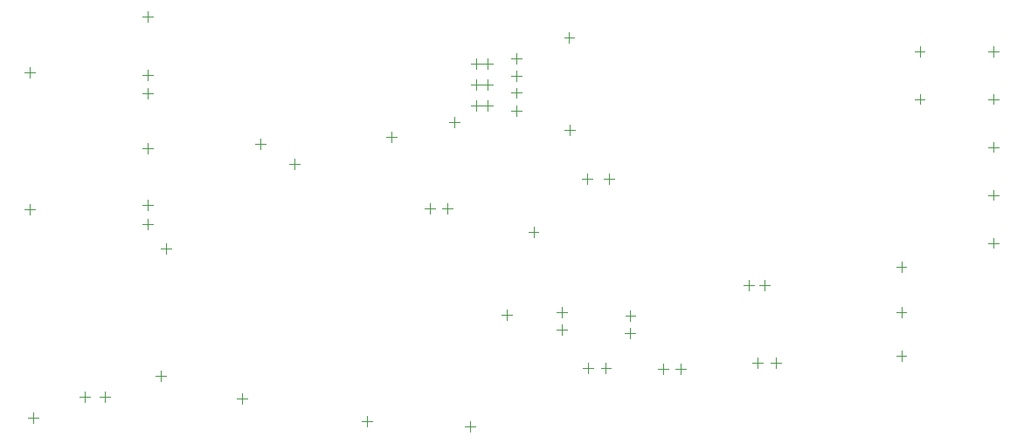
<source format=gbr>
%TF.GenerationSoftware,Altium Limited,Altium Designer,22.0.2 (36)*%
G04 Layer_Color=0*
%FSLAX45Y45*%
%MOMM*%
%TF.SameCoordinates,A85A4143-1F01-4578-B965-72C63468A48A*%
%TF.FilePolarity,Positive*%
%TF.FileFunction,Other,Top_Component_Center*%
%TF.Part,Single*%
G01*
G75*
%TA.AperFunction,NonConductor*%
%ADD67C,0.10000*%
D67*
X4215002Y2625000D02*
X4315002D01*
X4265000Y2575002D02*
Y2675002D01*
X4047500Y2625000D02*
X4147499D01*
X4097502Y2575002D02*
Y2675002D01*
X1487088Y2237503D02*
X1587088D01*
X1537091Y2187500D02*
Y2287500D01*
X4938405Y3866744D02*
Y3966744D01*
X4888402Y3916741D02*
X4988402D01*
X4495910Y3623704D02*
X4595910D01*
X4545908Y3573702D02*
Y3673701D01*
X4657033Y3985791D02*
Y4085791D01*
X4607035Y4035794D02*
X4707035D01*
X4657033Y3573702D02*
Y3673701D01*
X4607035Y3623704D02*
X4707035D01*
X4545908Y3780737D02*
Y3880737D01*
X4495910Y3830739D02*
X4595910D01*
X4657033Y3780737D02*
Y3880737D01*
X4607035Y3830739D02*
X4707035D01*
X4495910Y4035794D02*
X4595910D01*
X4545908Y3985791D02*
Y4085791D01*
X2275001Y732502D02*
Y832502D01*
X2224999Y782499D02*
X2324999D01*
X2782260Y3009998D02*
Y3109998D01*
X2732262Y3060000D02*
X2832262D01*
X2407498Y3252502D02*
X2507498D01*
X2457500Y3202499D02*
Y3302499D01*
X4285980Y3463729D02*
X4385980D01*
X4335978Y3413731D02*
Y3513731D01*
X8665049Y2007500D02*
Y2107499D01*
X8615049Y2057500D02*
X8715049D01*
X172501Y2617502D02*
X272501D01*
X222498Y2567499D02*
Y2667499D01*
X172501Y3947502D02*
X272501D01*
X222498Y3897499D02*
Y3997499D01*
X9510455Y3689500D02*
X9610455D01*
X9560455Y3639500D02*
Y3739500D01*
X8615003Y1199418D02*
X8715003D01*
X8665001Y1149416D02*
Y1249415D01*
X9510456Y2292998D02*
X9610456D01*
X9560454Y2243000D02*
Y2343000D01*
X9510455Y2758500D02*
X9610455D01*
X9560455Y2708500D02*
Y2808500D01*
X9510455Y3224000D02*
X9610455D01*
X9560455Y3174000D02*
Y3274000D01*
X8792506Y3689497D02*
X8892506D01*
X8842503Y3639500D02*
Y3739500D01*
X8792501Y4155002D02*
X8892501D01*
X8842498Y4105000D02*
Y4204999D01*
X9510455Y4155000D02*
X9610455D01*
X9560455Y4105000D02*
Y4205000D01*
X5632500Y1030241D02*
Y1130240D01*
X5582503Y1080238D02*
X5682503D01*
X5802502Y1027741D02*
Y1127741D01*
X5752500Y1077739D02*
X5852500D01*
X7139401Y1879200D02*
X7239401D01*
X7189398Y1829203D02*
Y1929202D01*
X7291801Y1879200D02*
X7391801D01*
X7341798Y1829203D02*
Y1929202D01*
X8614998Y1617501D02*
X8714998D01*
X8665001Y1567498D02*
Y1667498D01*
X7398298Y1129900D02*
X7498298D01*
X7448301Y1079903D02*
Y1179902D01*
X7220498Y1129900D02*
X7320498D01*
X7270501Y1079903D02*
Y1179902D01*
X6474998Y1072501D02*
X6574998D01*
X6525000Y1022499D02*
Y1122498D01*
X6307500Y1072501D02*
X6407500D01*
X6357503Y1022499D02*
Y1122498D01*
X5987501Y1417499D02*
X6087501D01*
X6037498Y1367502D02*
Y1467502D01*
X5989914Y1585002D02*
X6089914D01*
X6039916Y1534999D02*
Y1634999D01*
X5322717Y1617499D02*
X5422717D01*
X5372714Y1567501D02*
Y1667501D01*
X5322498Y1450001D02*
X5422498D01*
X5372501Y1399998D02*
Y1499998D01*
X4844999Y1547740D02*
Y1647740D01*
X4795001Y1597737D02*
X4895001D01*
X4435002Y507498D02*
X4535002D01*
X4484999Y457501D02*
Y557501D01*
X3440003Y560452D02*
X3540003D01*
X3490000Y510455D02*
Y610455D01*
X900003Y797500D02*
X1000003D01*
X950000Y747498D02*
Y847498D01*
X699998Y797500D02*
X799998D01*
X750001Y747498D02*
Y847498D01*
X1442501Y1002499D02*
X1542501D01*
X1492498Y952501D02*
Y1052501D01*
X1365001Y2425000D02*
Y2525000D01*
X1314998Y2474998D02*
X1414998D01*
X1365001Y2612498D02*
Y2712498D01*
X1314998Y2662500D02*
X1414998D01*
X1314998Y3210002D02*
X1414998D01*
X1365001Y3160000D02*
Y3260000D01*
Y3697500D02*
Y3797499D01*
X1314998Y3747502D02*
X1414998D01*
X1365001Y3872501D02*
Y3972500D01*
X1314998Y3922498D02*
X1414998D01*
X1365001Y4442502D02*
Y4542502D01*
X1314998Y4492499D02*
X1414998D01*
X3724384Y3273982D02*
Y3373982D01*
X3674381Y3323984D02*
X3774381D01*
X4938405Y4037255D02*
Y4137255D01*
X4888402Y4087258D02*
X4988402D01*
X5397205Y4287501D02*
X5497205D01*
X5447207Y4237499D02*
Y4337498D01*
X5782503Y2917501D02*
X5882502D01*
X5832500Y2867499D02*
Y2967499D01*
X5617499Y2867499D02*
Y2967499D01*
X5567502Y2917501D02*
X5667501D01*
X5403992Y3390002D02*
X5503992D01*
X5453994Y3340000D02*
Y3439999D01*
X250002Y544999D02*
Y644999D01*
X199999Y595001D02*
X299999D01*
X4888402Y3577088D02*
X4988402D01*
X4938405Y3527091D02*
Y3627091D01*
X5050744Y2395699D02*
X5150744D01*
X5100741Y2345701D02*
Y2445701D01*
X4938400Y3699587D02*
Y3799587D01*
X4888402Y3749590D02*
X4988402D01*
%TF.MD5,e7884bd28f605e5636a2a9f88f8e2f52*%
M02*

</source>
